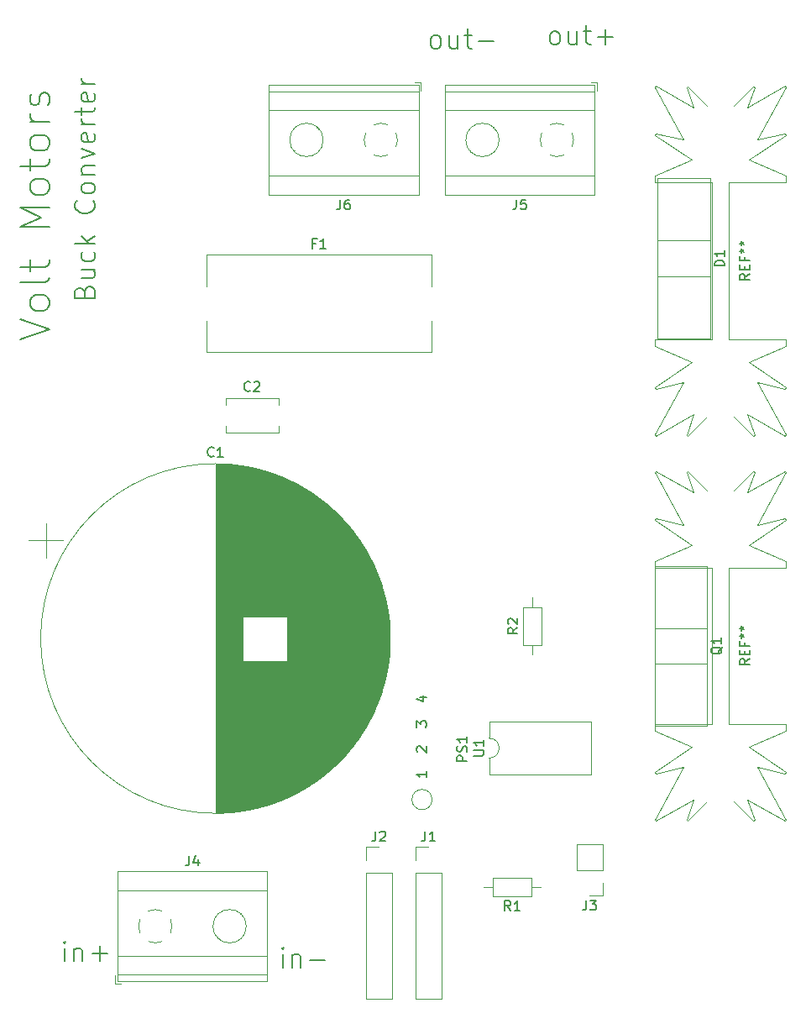
<source format=gbr>
%TF.GenerationSoftware,KiCad,Pcbnew,(6.0.2)*%
%TF.CreationDate,2022-12-19T21:18:29+03:00*%
%TF.ProjectId,buck,6275636b-2e6b-4696-9361-645f70636258,rev?*%
%TF.SameCoordinates,Original*%
%TF.FileFunction,Legend,Top*%
%TF.FilePolarity,Positive*%
%FSLAX46Y46*%
G04 Gerber Fmt 4.6, Leading zero omitted, Abs format (unit mm)*
G04 Created by KiCad (PCBNEW (6.0.2)) date 2022-12-19 21:18:29*
%MOMM*%
%LPD*%
G01*
G04 APERTURE LIST*
%ADD10C,0.150000*%
%ADD11C,0.120000*%
G04 APERTURE END LIST*
D10*
X175142857Y-38294761D02*
X174952380Y-38199523D01*
X174857142Y-38104285D01*
X174761904Y-37913809D01*
X174761904Y-37342380D01*
X174857142Y-37151904D01*
X174952380Y-37056666D01*
X175142857Y-36961428D01*
X175428571Y-36961428D01*
X175619047Y-37056666D01*
X175714285Y-37151904D01*
X175809523Y-37342380D01*
X175809523Y-37913809D01*
X175714285Y-38104285D01*
X175619047Y-38199523D01*
X175428571Y-38294761D01*
X175142857Y-38294761D01*
X177523809Y-36961428D02*
X177523809Y-38294761D01*
X176666666Y-36961428D02*
X176666666Y-38009047D01*
X176761904Y-38199523D01*
X176952380Y-38294761D01*
X177238095Y-38294761D01*
X177428571Y-38199523D01*
X177523809Y-38104285D01*
X178190476Y-36961428D02*
X178952380Y-36961428D01*
X178476190Y-36294761D02*
X178476190Y-38009047D01*
X178571428Y-38199523D01*
X178761904Y-38294761D01*
X178952380Y-38294761D01*
X179619047Y-37532857D02*
X181142857Y-37532857D01*
X133357142Y-67571428D02*
X136357142Y-66571428D01*
X133357142Y-65571428D01*
X136357142Y-64142857D02*
X136214285Y-64428571D01*
X136071428Y-64571428D01*
X135785714Y-64714285D01*
X134928571Y-64714285D01*
X134642857Y-64571428D01*
X134500000Y-64428571D01*
X134357142Y-64142857D01*
X134357142Y-63714285D01*
X134500000Y-63428571D01*
X134642857Y-63285714D01*
X134928571Y-63142857D01*
X135785714Y-63142857D01*
X136071428Y-63285714D01*
X136214285Y-63428571D01*
X136357142Y-63714285D01*
X136357142Y-64142857D01*
X136357142Y-61428571D02*
X136214285Y-61714285D01*
X135928571Y-61857142D01*
X133357142Y-61857142D01*
X134357142Y-60714285D02*
X134357142Y-59571428D01*
X133357142Y-60285714D02*
X135928571Y-60285714D01*
X136214285Y-60142857D01*
X136357142Y-59857142D01*
X136357142Y-59571428D01*
X136357142Y-56285714D02*
X133357142Y-56285714D01*
X135500000Y-55285714D01*
X133357142Y-54285714D01*
X136357142Y-54285714D01*
X136357142Y-52428571D02*
X136214285Y-52714285D01*
X136071428Y-52857142D01*
X135785714Y-53000000D01*
X134928571Y-53000000D01*
X134642857Y-52857142D01*
X134500000Y-52714285D01*
X134357142Y-52428571D01*
X134357142Y-52000000D01*
X134500000Y-51714285D01*
X134642857Y-51571428D01*
X134928571Y-51428571D01*
X135785714Y-51428571D01*
X136071428Y-51571428D01*
X136214285Y-51714285D01*
X136357142Y-52000000D01*
X136357142Y-52428571D01*
X134357142Y-50571428D02*
X134357142Y-49428571D01*
X133357142Y-50142857D02*
X135928571Y-50142857D01*
X136214285Y-50000000D01*
X136357142Y-49714285D01*
X136357142Y-49428571D01*
X136357142Y-48000000D02*
X136214285Y-48285714D01*
X136071428Y-48428571D01*
X135785714Y-48571428D01*
X134928571Y-48571428D01*
X134642857Y-48428571D01*
X134500000Y-48285714D01*
X134357142Y-48000000D01*
X134357142Y-47571428D01*
X134500000Y-47285714D01*
X134642857Y-47142857D01*
X134928571Y-47000000D01*
X135785714Y-47000000D01*
X136071428Y-47142857D01*
X136214285Y-47285714D01*
X136357142Y-47571428D01*
X136357142Y-48000000D01*
X136357142Y-45714285D02*
X134357142Y-45714285D01*
X134928571Y-45714285D02*
X134642857Y-45571428D01*
X134500000Y-45428571D01*
X134357142Y-45142857D01*
X134357142Y-44857142D01*
X136214285Y-44000000D02*
X136357142Y-43714285D01*
X136357142Y-43142857D01*
X136214285Y-42857142D01*
X135928571Y-42714285D01*
X135785714Y-42714285D01*
X135500000Y-42857142D01*
X135357142Y-43142857D01*
X135357142Y-43571428D01*
X135214285Y-43857142D01*
X134928571Y-44000000D01*
X134785714Y-44000000D01*
X134500000Y-43857142D01*
X134357142Y-43571428D01*
X134357142Y-43142857D01*
X134500000Y-42857142D01*
X159857142Y-130904761D02*
X159857142Y-129571428D01*
X159857142Y-128904761D02*
X159761904Y-129000000D01*
X159857142Y-129095238D01*
X159952380Y-129000000D01*
X159857142Y-128904761D01*
X159857142Y-129095238D01*
X160809523Y-129571428D02*
X160809523Y-130904761D01*
X160809523Y-129761904D02*
X160904761Y-129666666D01*
X161095238Y-129571428D01*
X161380952Y-129571428D01*
X161571428Y-129666666D01*
X161666666Y-129857142D01*
X161666666Y-130904761D01*
X162619047Y-130142857D02*
X164142857Y-130142857D01*
X187142857Y-37904761D02*
X186952380Y-37809523D01*
X186857142Y-37714285D01*
X186761904Y-37523809D01*
X186761904Y-36952380D01*
X186857142Y-36761904D01*
X186952380Y-36666666D01*
X187142857Y-36571428D01*
X187428571Y-36571428D01*
X187619047Y-36666666D01*
X187714285Y-36761904D01*
X187809523Y-36952380D01*
X187809523Y-37523809D01*
X187714285Y-37714285D01*
X187619047Y-37809523D01*
X187428571Y-37904761D01*
X187142857Y-37904761D01*
X189523809Y-36571428D02*
X189523809Y-37904761D01*
X188666666Y-36571428D02*
X188666666Y-37619047D01*
X188761904Y-37809523D01*
X188952380Y-37904761D01*
X189238095Y-37904761D01*
X189428571Y-37809523D01*
X189523809Y-37714285D01*
X190190476Y-36571428D02*
X190952380Y-36571428D01*
X190476190Y-35904761D02*
X190476190Y-37619047D01*
X190571428Y-37809523D01*
X190761904Y-37904761D01*
X190952380Y-37904761D01*
X191619047Y-37142857D02*
X193142857Y-37142857D01*
X192380952Y-37904761D02*
X192380952Y-36380952D01*
X139857142Y-62785714D02*
X139952380Y-62500000D01*
X140047619Y-62404761D01*
X140238095Y-62309523D01*
X140523809Y-62309523D01*
X140714285Y-62404761D01*
X140809523Y-62500000D01*
X140904761Y-62690476D01*
X140904761Y-63452380D01*
X138904761Y-63452380D01*
X138904761Y-62785714D01*
X139000000Y-62595238D01*
X139095238Y-62500000D01*
X139285714Y-62404761D01*
X139476190Y-62404761D01*
X139666666Y-62500000D01*
X139761904Y-62595238D01*
X139857142Y-62785714D01*
X139857142Y-63452380D01*
X139571428Y-60595238D02*
X140904761Y-60595238D01*
X139571428Y-61452380D02*
X140619047Y-61452380D01*
X140809523Y-61357142D01*
X140904761Y-61166666D01*
X140904761Y-60880952D01*
X140809523Y-60690476D01*
X140714285Y-60595238D01*
X140809523Y-58785714D02*
X140904761Y-58976190D01*
X140904761Y-59357142D01*
X140809523Y-59547619D01*
X140714285Y-59642857D01*
X140523809Y-59738095D01*
X139952380Y-59738095D01*
X139761904Y-59642857D01*
X139666666Y-59547619D01*
X139571428Y-59357142D01*
X139571428Y-58976190D01*
X139666666Y-58785714D01*
X140904761Y-57928571D02*
X138904761Y-57928571D01*
X140142857Y-57738095D02*
X140904761Y-57166666D01*
X139571428Y-57166666D02*
X140333333Y-57928571D01*
X140714285Y-53642857D02*
X140809523Y-53738095D01*
X140904761Y-54023809D01*
X140904761Y-54214285D01*
X140809523Y-54500000D01*
X140619047Y-54690476D01*
X140428571Y-54785714D01*
X140047619Y-54880952D01*
X139761904Y-54880952D01*
X139380952Y-54785714D01*
X139190476Y-54690476D01*
X139000000Y-54500000D01*
X138904761Y-54214285D01*
X138904761Y-54023809D01*
X139000000Y-53738095D01*
X139095238Y-53642857D01*
X140904761Y-52500000D02*
X140809523Y-52690476D01*
X140714285Y-52785714D01*
X140523809Y-52880952D01*
X139952380Y-52880952D01*
X139761904Y-52785714D01*
X139666666Y-52690476D01*
X139571428Y-52500000D01*
X139571428Y-52214285D01*
X139666666Y-52023809D01*
X139761904Y-51928571D01*
X139952380Y-51833333D01*
X140523809Y-51833333D01*
X140714285Y-51928571D01*
X140809523Y-52023809D01*
X140904761Y-52214285D01*
X140904761Y-52500000D01*
X139571428Y-50976190D02*
X140904761Y-50976190D01*
X139761904Y-50976190D02*
X139666666Y-50880952D01*
X139571428Y-50690476D01*
X139571428Y-50404761D01*
X139666666Y-50214285D01*
X139857142Y-50119047D01*
X140904761Y-50119047D01*
X139571428Y-49357142D02*
X140904761Y-48880952D01*
X139571428Y-48404761D01*
X140809523Y-46880952D02*
X140904761Y-47071428D01*
X140904761Y-47452380D01*
X140809523Y-47642857D01*
X140619047Y-47738095D01*
X139857142Y-47738095D01*
X139666666Y-47642857D01*
X139571428Y-47452380D01*
X139571428Y-47071428D01*
X139666666Y-46880952D01*
X139857142Y-46785714D01*
X140047619Y-46785714D01*
X140238095Y-47738095D01*
X140904761Y-45928571D02*
X139571428Y-45928571D01*
X139952380Y-45928571D02*
X139761904Y-45833333D01*
X139666666Y-45738095D01*
X139571428Y-45547619D01*
X139571428Y-45357142D01*
X139571428Y-44976190D02*
X139571428Y-44214285D01*
X138904761Y-44690476D02*
X140619047Y-44690476D01*
X140809523Y-44595238D01*
X140904761Y-44404761D01*
X140904761Y-44214285D01*
X140809523Y-42785714D02*
X140904761Y-42976190D01*
X140904761Y-43357142D01*
X140809523Y-43547619D01*
X140619047Y-43642857D01*
X139857142Y-43642857D01*
X139666666Y-43547619D01*
X139571428Y-43357142D01*
X139571428Y-42976190D01*
X139666666Y-42785714D01*
X139857142Y-42690476D01*
X140047619Y-42690476D01*
X140238095Y-43642857D01*
X140904761Y-41833333D02*
X139571428Y-41833333D01*
X139952380Y-41833333D02*
X139761904Y-41738095D01*
X139666666Y-41642857D01*
X139571428Y-41452380D01*
X139571428Y-41261904D01*
X137857142Y-130294761D02*
X137857142Y-128961428D01*
X137857142Y-128294761D02*
X137761904Y-128390000D01*
X137857142Y-128485238D01*
X137952380Y-128390000D01*
X137857142Y-128294761D01*
X137857142Y-128485238D01*
X138809523Y-128961428D02*
X138809523Y-130294761D01*
X138809523Y-129151904D02*
X138904761Y-129056666D01*
X139095238Y-128961428D01*
X139380952Y-128961428D01*
X139571428Y-129056666D01*
X139666666Y-129247142D01*
X139666666Y-130294761D01*
X140619047Y-129532857D02*
X142142857Y-129532857D01*
X141380952Y-130294761D02*
X141380952Y-128770952D01*
%TO.C,REF\u002A\u002A*%
X206952380Y-61008333D02*
X206476190Y-61341666D01*
X206952380Y-61579761D02*
X205952380Y-61579761D01*
X205952380Y-61198809D01*
X206000000Y-61103571D01*
X206047619Y-61055952D01*
X206142857Y-61008333D01*
X206285714Y-61008333D01*
X206380952Y-61055952D01*
X206428571Y-61103571D01*
X206476190Y-61198809D01*
X206476190Y-61579761D01*
X206428571Y-60579761D02*
X206428571Y-60246428D01*
X206952380Y-60103571D02*
X206952380Y-60579761D01*
X205952380Y-60579761D01*
X205952380Y-60103571D01*
X206428571Y-59341666D02*
X206428571Y-59675000D01*
X206952380Y-59675000D02*
X205952380Y-59675000D01*
X205952380Y-59198809D01*
X205952380Y-58675000D02*
X206190476Y-58675000D01*
X206095238Y-58913095D02*
X206190476Y-58675000D01*
X206095238Y-58436904D01*
X206380952Y-58817857D02*
X206190476Y-58675000D01*
X206380952Y-58532142D01*
X205952380Y-57913095D02*
X206190476Y-57913095D01*
X206095238Y-58151190D02*
X206190476Y-57913095D01*
X206095238Y-57675000D01*
X206380952Y-58055952D02*
X206190476Y-57913095D01*
X206380952Y-57770238D01*
%TO.C,R1*%
X182831833Y-125180880D02*
X182498500Y-124704690D01*
X182260404Y-125180880D02*
X182260404Y-124180880D01*
X182641357Y-124180880D01*
X182736595Y-124228500D01*
X182784214Y-124276119D01*
X182831833Y-124371357D01*
X182831833Y-124514214D01*
X182784214Y-124609452D01*
X182736595Y-124657071D01*
X182641357Y-124704690D01*
X182260404Y-124704690D01*
X183784214Y-125180880D02*
X183212785Y-125180880D01*
X183498500Y-125180880D02*
X183498500Y-124180880D01*
X183403261Y-124323738D01*
X183308023Y-124418976D01*
X183212785Y-124466595D01*
%TO.C,U1*%
X179130880Y-109560404D02*
X179940404Y-109560404D01*
X180035642Y-109512785D01*
X180083261Y-109465166D01*
X180130880Y-109369928D01*
X180130880Y-109179452D01*
X180083261Y-109084214D01*
X180035642Y-109036595D01*
X179940404Y-108988976D01*
X179130880Y-108988976D01*
X180130880Y-107988976D02*
X180130880Y-108560404D01*
X180130880Y-108274690D02*
X179130880Y-108274690D01*
X179273738Y-108369928D01*
X179368976Y-108465166D01*
X179416595Y-108560404D01*
%TO.C,J2*%
X169225166Y-117180880D02*
X169225166Y-117895166D01*
X169177547Y-118038023D01*
X169082309Y-118133261D01*
X168939452Y-118180880D01*
X168844214Y-118180880D01*
X169653738Y-117276119D02*
X169701357Y-117228500D01*
X169796595Y-117180880D01*
X170034690Y-117180880D01*
X170129928Y-117228500D01*
X170177547Y-117276119D01*
X170225166Y-117371357D01*
X170225166Y-117466595D01*
X170177547Y-117609452D01*
X169606119Y-118180880D01*
X170225166Y-118180880D01*
%TO.C,F1*%
X163166666Y-57928571D02*
X162833333Y-57928571D01*
X162833333Y-58452380D02*
X162833333Y-57452380D01*
X163309523Y-57452380D01*
X164214285Y-58452380D02*
X163642857Y-58452380D01*
X163928571Y-58452380D02*
X163928571Y-57452380D01*
X163833333Y-57595238D01*
X163738095Y-57690476D01*
X163642857Y-57738095D01*
%TO.C,D1*%
X204402380Y-60188095D02*
X203402380Y-60188095D01*
X203402380Y-59950000D01*
X203450000Y-59807142D01*
X203545238Y-59711904D01*
X203640476Y-59664285D01*
X203830952Y-59616666D01*
X203973809Y-59616666D01*
X204164285Y-59664285D01*
X204259523Y-59711904D01*
X204354761Y-59807142D01*
X204402380Y-59950000D01*
X204402380Y-60188095D01*
X204402380Y-58664285D02*
X204402380Y-59235714D01*
X204402380Y-58950000D02*
X203402380Y-58950000D01*
X203545238Y-59045238D01*
X203640476Y-59140476D01*
X203688095Y-59235714D01*
%TO.C,J3*%
X190475166Y-124130880D02*
X190475166Y-124845166D01*
X190427547Y-124988023D01*
X190332309Y-125083261D01*
X190189452Y-125130880D01*
X190094214Y-125130880D01*
X190856119Y-124130880D02*
X191475166Y-124130880D01*
X191141833Y-124511833D01*
X191284690Y-124511833D01*
X191379928Y-124559452D01*
X191427547Y-124607071D01*
X191475166Y-124702309D01*
X191475166Y-124940404D01*
X191427547Y-125035642D01*
X191379928Y-125083261D01*
X191284690Y-125130880D01*
X190998976Y-125130880D01*
X190903738Y-125083261D01*
X190856119Y-125035642D01*
%TO.C,J1*%
X174225166Y-117180880D02*
X174225166Y-117895166D01*
X174177547Y-118038023D01*
X174082309Y-118133261D01*
X173939452Y-118180880D01*
X173844214Y-118180880D01*
X175225166Y-118180880D02*
X174653738Y-118180880D01*
X174939452Y-118180880D02*
X174939452Y-117180880D01*
X174844214Y-117323738D01*
X174748976Y-117418976D01*
X174653738Y-117466595D01*
%TO.C,R2*%
X183532380Y-96666666D02*
X183056190Y-97000000D01*
X183532380Y-97238095D02*
X182532380Y-97238095D01*
X182532380Y-96857142D01*
X182580000Y-96761904D01*
X182627619Y-96714285D01*
X182722857Y-96666666D01*
X182865714Y-96666666D01*
X182960952Y-96714285D01*
X183008571Y-96761904D01*
X183056190Y-96857142D01*
X183056190Y-97238095D01*
X182627619Y-96285714D02*
X182580000Y-96238095D01*
X182532380Y-96142857D01*
X182532380Y-95904761D01*
X182580000Y-95809523D01*
X182627619Y-95761904D01*
X182722857Y-95714285D01*
X182818095Y-95714285D01*
X182960952Y-95761904D01*
X183532380Y-96333333D01*
X183532380Y-95714285D01*
%TO.C,C1*%
X152902834Y-79357142D02*
X152855215Y-79404761D01*
X152712358Y-79452380D01*
X152617120Y-79452380D01*
X152474262Y-79404761D01*
X152379024Y-79309523D01*
X152331405Y-79214285D01*
X152283786Y-79023809D01*
X152283786Y-78880952D01*
X152331405Y-78690476D01*
X152379024Y-78595238D01*
X152474262Y-78500000D01*
X152617120Y-78452380D01*
X152712358Y-78452380D01*
X152855215Y-78500000D01*
X152902834Y-78547619D01*
X153855215Y-79452380D02*
X153283786Y-79452380D01*
X153569501Y-79452380D02*
X153569501Y-78452380D01*
X153474262Y-78595238D01*
X153379024Y-78690476D01*
X153283786Y-78738095D01*
%TO.C,J5*%
X183416666Y-53512380D02*
X183416666Y-54226666D01*
X183369047Y-54369523D01*
X183273809Y-54464761D01*
X183130952Y-54512380D01*
X183035714Y-54512380D01*
X184369047Y-53512380D02*
X183892857Y-53512380D01*
X183845238Y-53988571D01*
X183892857Y-53940952D01*
X183988095Y-53893333D01*
X184226190Y-53893333D01*
X184321428Y-53940952D01*
X184369047Y-53988571D01*
X184416666Y-54083809D01*
X184416666Y-54321904D01*
X184369047Y-54417142D01*
X184321428Y-54464761D01*
X184226190Y-54512380D01*
X183988095Y-54512380D01*
X183892857Y-54464761D01*
X183845238Y-54417142D01*
%TO.C,J4*%
X150416666Y-119642380D02*
X150416666Y-120356666D01*
X150369047Y-120499523D01*
X150273809Y-120594761D01*
X150130952Y-120642380D01*
X150035714Y-120642380D01*
X151321428Y-119975714D02*
X151321428Y-120642380D01*
X151083333Y-119594761D02*
X150845238Y-120309047D01*
X151464285Y-120309047D01*
%TO.C,REF\u002A\u002A*%
X206952380Y-99808333D02*
X206476190Y-100141666D01*
X206952380Y-100379761D02*
X205952380Y-100379761D01*
X205952380Y-99998809D01*
X206000000Y-99903571D01*
X206047619Y-99855952D01*
X206142857Y-99808333D01*
X206285714Y-99808333D01*
X206380952Y-99855952D01*
X206428571Y-99903571D01*
X206476190Y-99998809D01*
X206476190Y-100379761D01*
X206428571Y-99379761D02*
X206428571Y-99046428D01*
X206952380Y-98903571D02*
X206952380Y-99379761D01*
X205952380Y-99379761D01*
X205952380Y-98903571D01*
X206428571Y-98141666D02*
X206428571Y-98475000D01*
X206952380Y-98475000D02*
X205952380Y-98475000D01*
X205952380Y-97998809D01*
X205952380Y-97475000D02*
X206190476Y-97475000D01*
X206095238Y-97713095D02*
X206190476Y-97475000D01*
X206095238Y-97236904D01*
X206380952Y-97617857D02*
X206190476Y-97475000D01*
X206380952Y-97332142D01*
X205952380Y-96713095D02*
X206190476Y-96713095D01*
X206095238Y-96951190D02*
X206190476Y-96713095D01*
X206095238Y-96475000D01*
X206380952Y-96855952D02*
X206190476Y-96713095D01*
X206380952Y-96570238D01*
%TO.C,C2*%
X156583333Y-72757142D02*
X156535714Y-72804761D01*
X156392857Y-72852380D01*
X156297619Y-72852380D01*
X156154761Y-72804761D01*
X156059523Y-72709523D01*
X156011904Y-72614285D01*
X155964285Y-72423809D01*
X155964285Y-72280952D01*
X156011904Y-72090476D01*
X156059523Y-71995238D01*
X156154761Y-71900000D01*
X156297619Y-71852380D01*
X156392857Y-71852380D01*
X156535714Y-71900000D01*
X156583333Y-71947619D01*
X156964285Y-71947619D02*
X157011904Y-71900000D01*
X157107142Y-71852380D01*
X157345238Y-71852380D01*
X157440476Y-71900000D01*
X157488095Y-71947619D01*
X157535714Y-72042857D01*
X157535714Y-72138095D01*
X157488095Y-72280952D01*
X156916666Y-72852380D01*
X157535714Y-72852380D01*
%TO.C,J6*%
X165666666Y-53512380D02*
X165666666Y-54226666D01*
X165619047Y-54369523D01*
X165523809Y-54464761D01*
X165380952Y-54512380D01*
X165285714Y-54512380D01*
X166571428Y-53512380D02*
X166380952Y-53512380D01*
X166285714Y-53560000D01*
X166238095Y-53607619D01*
X166142857Y-53750476D01*
X166095238Y-53940952D01*
X166095238Y-54321904D01*
X166142857Y-54417142D01*
X166190476Y-54464761D01*
X166285714Y-54512380D01*
X166476190Y-54512380D01*
X166571428Y-54464761D01*
X166619047Y-54417142D01*
X166666666Y-54321904D01*
X166666666Y-54083809D01*
X166619047Y-53988571D01*
X166571428Y-53940952D01*
X166476190Y-53893333D01*
X166285714Y-53893333D01*
X166190476Y-53940952D01*
X166142857Y-53988571D01*
X166095238Y-54083809D01*
%TO.C,PS1*%
X178433880Y-110115785D02*
X177433880Y-110115785D01*
X177433880Y-109734833D01*
X177481500Y-109639595D01*
X177529119Y-109591976D01*
X177624357Y-109544357D01*
X177767214Y-109544357D01*
X177862452Y-109591976D01*
X177910071Y-109639595D01*
X177957690Y-109734833D01*
X177957690Y-110115785D01*
X178386261Y-109163404D02*
X178433880Y-109020547D01*
X178433880Y-108782452D01*
X178386261Y-108687214D01*
X178338642Y-108639595D01*
X178243404Y-108591976D01*
X178148166Y-108591976D01*
X178052928Y-108639595D01*
X178005309Y-108687214D01*
X177957690Y-108782452D01*
X177910071Y-108972928D01*
X177862452Y-109068166D01*
X177814833Y-109115785D01*
X177719595Y-109163404D01*
X177624357Y-109163404D01*
X177529119Y-109115785D01*
X177481500Y-109068166D01*
X177433880Y-108972928D01*
X177433880Y-108734833D01*
X177481500Y-108591976D01*
X178433880Y-107639595D02*
X178433880Y-108211023D01*
X178433880Y-107925309D02*
X177433880Y-107925309D01*
X177576738Y-108020547D01*
X177671976Y-108115785D01*
X177719595Y-108211023D01*
X173353880Y-106694833D02*
X173353880Y-106075785D01*
X173734833Y-106409119D01*
X173734833Y-106266261D01*
X173782452Y-106171023D01*
X173830071Y-106123404D01*
X173925309Y-106075785D01*
X174163404Y-106075785D01*
X174258642Y-106123404D01*
X174306261Y-106171023D01*
X174353880Y-106266261D01*
X174353880Y-106551976D01*
X174306261Y-106647214D01*
X174258642Y-106694833D01*
X173687214Y-103631023D02*
X174353880Y-103631023D01*
X173306261Y-103869119D02*
X174020547Y-104107214D01*
X174020547Y-103488166D01*
X174353880Y-111155785D02*
X174353880Y-111727214D01*
X174353880Y-111441500D02*
X173353880Y-111441500D01*
X173496738Y-111536738D01*
X173591976Y-111631976D01*
X173639595Y-111727214D01*
X173449119Y-109187214D02*
X173401500Y-109139595D01*
X173353880Y-109044357D01*
X173353880Y-108806261D01*
X173401500Y-108711023D01*
X173449119Y-108663404D01*
X173544357Y-108615785D01*
X173639595Y-108615785D01*
X173782452Y-108663404D01*
X174353880Y-109234833D01*
X174353880Y-108615785D01*
%TO.C,Q1*%
X204177619Y-98595238D02*
X204130000Y-98690476D01*
X204034761Y-98785714D01*
X203891904Y-98928571D01*
X203844285Y-99023809D01*
X203844285Y-99119047D01*
X204082380Y-99071428D02*
X204034761Y-99166666D01*
X203939523Y-99261904D01*
X203749047Y-99309523D01*
X203415714Y-99309523D01*
X203225238Y-99261904D01*
X203130000Y-99166666D01*
X203082380Y-99071428D01*
X203082380Y-98880952D01*
X203130000Y-98785714D01*
X203225238Y-98690476D01*
X203415714Y-98642857D01*
X203749047Y-98642857D01*
X203939523Y-98690476D01*
X204034761Y-98785714D01*
X204082380Y-98880952D01*
X204082380Y-99071428D01*
X204082380Y-97690476D02*
X204082380Y-98261904D01*
X204082380Y-97976190D02*
X203082380Y-97976190D01*
X203225238Y-98071428D01*
X203320476Y-98166666D01*
X203368095Y-98261904D01*
D11*
%TO.C,REF\u002A\u002A*%
X207750000Y-47490000D02*
X210630000Y-42190000D01*
X210600000Y-51130000D02*
X206890000Y-49520000D01*
X210550000Y-72570000D02*
X207750000Y-71910000D01*
X210550000Y-46830000D02*
X207750000Y-47490000D01*
X203150000Y-67600000D02*
X197400000Y-67600000D01*
X200250000Y-71910000D02*
X197370000Y-77210000D01*
X210600000Y-67600000D02*
X210600000Y-68270000D01*
X203150000Y-59700000D02*
X203150000Y-67600000D01*
X197400000Y-68270000D02*
X201110000Y-69880000D01*
X206740000Y-75180000D02*
X207420000Y-77230000D01*
X206890000Y-69890000D02*
X210610000Y-72390000D01*
X210630000Y-77210000D02*
X210510000Y-77330000D01*
X210510000Y-42070000D02*
X206740000Y-44220000D01*
X204850000Y-59700000D02*
X204850000Y-51800000D01*
X197370000Y-77210000D02*
X197490000Y-77330000D01*
X200580000Y-42170000D02*
X200730000Y-42080000D01*
X206890000Y-49510000D02*
X210610000Y-47010000D01*
X197450000Y-72570000D02*
X200250000Y-71910000D01*
X197390000Y-47010000D02*
X197450000Y-46830000D01*
X201260000Y-44220000D02*
X200580000Y-42170000D01*
X197370000Y-42190000D02*
X197490000Y-42070000D01*
X210610000Y-47010000D02*
X210550000Y-46830000D01*
X200730000Y-77320000D02*
X202620000Y-75360000D01*
X197390000Y-72390000D02*
X197450000Y-72570000D01*
X197450000Y-46830000D02*
X200250000Y-47490000D01*
X210510000Y-77330000D02*
X206740000Y-75180000D01*
X200580000Y-77230000D02*
X200730000Y-77320000D01*
X197400000Y-67600000D02*
X197400000Y-68270000D01*
X201110000Y-49510000D02*
X197390000Y-47010000D01*
X203150000Y-51800000D02*
X197400000Y-51800000D01*
X201110000Y-69890000D02*
X197390000Y-72390000D01*
X207750000Y-71910000D02*
X210630000Y-77210000D01*
X197400000Y-51130000D02*
X201110000Y-49520000D01*
X207420000Y-77230000D02*
X207270000Y-77320000D01*
X200250000Y-47490000D02*
X197370000Y-42190000D01*
X204850000Y-59700000D02*
X204850000Y-67600000D01*
X206740000Y-44220000D02*
X207420000Y-42170000D01*
X210600000Y-68270000D02*
X206890000Y-69880000D01*
X204850000Y-67600000D02*
X210600000Y-67600000D01*
X204850000Y-51800000D02*
X210600000Y-51800000D01*
X207420000Y-42170000D02*
X207270000Y-42080000D01*
X210630000Y-42190000D02*
X210510000Y-42070000D01*
X197490000Y-77330000D02*
X201260000Y-75180000D01*
X197490000Y-42070000D02*
X201260000Y-44220000D01*
X210600000Y-51800000D02*
X210600000Y-51130000D01*
X200730000Y-42080000D02*
X202620000Y-44040000D01*
X207270000Y-77320000D02*
X205380000Y-75360000D01*
X210610000Y-72390000D02*
X210550000Y-72570000D01*
X203150000Y-59700000D02*
X203150000Y-51800000D01*
X197400000Y-51800000D02*
X197400000Y-51130000D01*
X201260000Y-75180000D02*
X200580000Y-77230000D01*
X207270000Y-42080000D02*
X205380000Y-44040000D01*
%TO.C,R1*%
X185868500Y-122808500D02*
X184918500Y-122808500D01*
X184918500Y-123728500D02*
X184918500Y-121888500D01*
X181078500Y-123728500D02*
X184918500Y-123728500D01*
X181078500Y-121888500D02*
X181078500Y-123728500D01*
X180128500Y-122808500D02*
X181078500Y-122808500D01*
X184918500Y-121888500D02*
X181078500Y-121888500D01*
%TO.C,U1*%
X180678500Y-109798500D02*
X180678500Y-111448500D01*
X180678500Y-106148500D02*
X180678500Y-107798500D01*
X190958500Y-111448500D02*
X190958500Y-106148500D01*
X190958500Y-106148500D02*
X180678500Y-106148500D01*
X180678500Y-111448500D02*
X190958500Y-111448500D01*
X180678500Y-109798500D02*
G75*
G03*
X180678500Y-107798500I0J1000000D01*
G01*
%TO.C,J2*%
X168228500Y-121328500D02*
X170888500Y-121328500D01*
X168228500Y-134088500D02*
X170888500Y-134088500D01*
X170888500Y-121328500D02*
X170888500Y-134088500D01*
X168228500Y-121328500D02*
X168228500Y-134088500D01*
X168228500Y-118728500D02*
X169558500Y-118728500D01*
X168228500Y-120058500D02*
X168228500Y-118728500D01*
%TO.C,F1*%
X152140000Y-59090000D02*
X174860000Y-59090000D01*
X174860000Y-68910000D02*
X174860000Y-65750000D01*
X152140000Y-62250000D02*
X152140000Y-59090000D01*
X152140000Y-68910000D02*
X174860000Y-68910000D01*
X152140000Y-68910000D02*
X152140000Y-65750000D01*
X174860000Y-62250000D02*
X174860000Y-59090000D01*
%TO.C,D1*%
X202951000Y-51380000D02*
X202951000Y-67520000D01*
X202951000Y-51380000D02*
X197680000Y-51380000D01*
X202951000Y-67520000D02*
X197680000Y-67520000D01*
X202951000Y-57646000D02*
X197680000Y-57646000D01*
X202951000Y-61255000D02*
X197680000Y-61255000D01*
X197680000Y-51380000D02*
X197680000Y-67520000D01*
%TO.C,J3*%
X192138500Y-122348500D02*
X192138500Y-123678500D01*
X192138500Y-121078500D02*
X189478500Y-121078500D01*
X192138500Y-123678500D02*
X190808500Y-123678500D01*
X192138500Y-121078500D02*
X192138500Y-118478500D01*
X189478500Y-121078500D02*
X189478500Y-118478500D01*
X192138500Y-118478500D02*
X189478500Y-118478500D01*
%TO.C,J1*%
X173228500Y-134088500D02*
X175888500Y-134088500D01*
X173228500Y-121328500D02*
X175888500Y-121328500D01*
X173228500Y-121328500D02*
X173228500Y-134088500D01*
X173228500Y-118728500D02*
X174558500Y-118728500D01*
X175888500Y-121328500D02*
X175888500Y-134088500D01*
X173228500Y-120058500D02*
X173228500Y-118728500D01*
%TO.C,R2*%
X184080000Y-98420000D02*
X185920000Y-98420000D01*
X185920000Y-98420000D02*
X185920000Y-94580000D01*
X184080000Y-94580000D02*
X184080000Y-98420000D01*
X185000000Y-93630000D02*
X185000000Y-94580000D01*
X185000000Y-99370000D02*
X185000000Y-98420000D01*
X185920000Y-94580000D02*
X184080000Y-94580000D01*
%TO.C,C1*%
X154310501Y-80213000D02*
X154310501Y-115287000D01*
X157590501Y-99990000D02*
X157590501Y-114741000D01*
X160150501Y-81655000D02*
X160150501Y-95510000D01*
X160790501Y-81951000D02*
X160790501Y-113549000D01*
X158390501Y-80992000D02*
X158390501Y-95510000D01*
X166989501Y-86987000D02*
X166989501Y-108513000D01*
X167229501Y-87303000D02*
X167229501Y-108197000D01*
X159710501Y-81469000D02*
X159710501Y-95510000D01*
X156310501Y-80470000D02*
X156310501Y-95510000D01*
X156270501Y-80463000D02*
X156270501Y-95510000D01*
X159710501Y-99990000D02*
X159710501Y-114031000D01*
X165029501Y-84850000D02*
X165029501Y-110650000D01*
X160070501Y-81620000D02*
X160070501Y-95510000D01*
X165109501Y-84925000D02*
X165109501Y-110575000D01*
X157830501Y-80825000D02*
X157830501Y-95510000D01*
X166269501Y-86118000D02*
X166269501Y-109382000D01*
X170269501Y-93965000D02*
X170269501Y-101535000D01*
X155350501Y-80318000D02*
X155350501Y-115182000D01*
X165789501Y-85597000D02*
X165789501Y-109903000D01*
X167109501Y-87143000D02*
X167109501Y-108357000D01*
X156070501Y-99990000D02*
X156070501Y-115073000D01*
X157790501Y-80813000D02*
X157790501Y-95510000D01*
X165549501Y-85351000D02*
X165549501Y-110149000D01*
X158270501Y-99990000D02*
X158270501Y-114546000D01*
X156710501Y-99990000D02*
X156710501Y-114950000D01*
X170309501Y-94150000D02*
X170309501Y-101350000D01*
X158710501Y-99990000D02*
X158710501Y-114403000D01*
X155910501Y-99990000D02*
X155910501Y-115100000D01*
X159030501Y-99990000D02*
X159030501Y-114292000D01*
X158350501Y-80979000D02*
X158350501Y-95510000D01*
X168509501Y-89300000D02*
X168509501Y-106200000D01*
X163389501Y-83508000D02*
X163389501Y-111992000D01*
X168069501Y-88545000D02*
X168069501Y-106955000D01*
X162029501Y-82618000D02*
X162029501Y-112882000D01*
X166029501Y-85852000D02*
X166029501Y-109648000D01*
X156070501Y-80427000D02*
X156070501Y-95510000D01*
X159390501Y-99990000D02*
X159390501Y-114158000D01*
X165429501Y-85232000D02*
X165429501Y-110268000D01*
X155950501Y-99990000D02*
X155950501Y-115094000D01*
X156510501Y-80509000D02*
X156510501Y-95510000D01*
X156430501Y-99990000D02*
X156430501Y-115007000D01*
X164229501Y-84154000D02*
X164229501Y-111346000D01*
X154790501Y-80254000D02*
X154790501Y-115246000D01*
X158350501Y-99990000D02*
X158350501Y-114521000D01*
X158750501Y-99990000D02*
X158750501Y-114390000D01*
X153389501Y-80172000D02*
X153389501Y-115328000D01*
X164509501Y-84388000D02*
X164509501Y-111112000D01*
X159310501Y-99990000D02*
X159310501Y-114189000D01*
X160950501Y-82030000D02*
X160950501Y-113470000D01*
X158030501Y-99990000D02*
X158030501Y-114618000D01*
X156550501Y-99990000D02*
X156550501Y-114983000D01*
X164389501Y-84287000D02*
X164389501Y-111213000D01*
X162469501Y-82886000D02*
X162469501Y-112614000D01*
X169389501Y-91147000D02*
X169389501Y-104353000D01*
X160870501Y-81990000D02*
X160870501Y-113510000D01*
X165709501Y-85514000D02*
X165709501Y-109986000D01*
X156430501Y-80493000D02*
X156430501Y-95510000D01*
X157990501Y-80870000D02*
X157990501Y-95510000D01*
X156710501Y-80550000D02*
X156710501Y-95510000D01*
X157550501Y-99990000D02*
X157550501Y-114751000D01*
X159270501Y-81296000D02*
X159270501Y-95510000D01*
X159350501Y-81327000D02*
X159350501Y-95510000D01*
X154550501Y-80232000D02*
X154550501Y-115268000D01*
X156990501Y-99990000D02*
X156990501Y-114889000D01*
X156190501Y-99990000D02*
X156190501Y-115052000D01*
X158230501Y-80942000D02*
X158230501Y-95510000D01*
X155030501Y-80279000D02*
X155030501Y-115221000D01*
X160270501Y-81708000D02*
X160270501Y-95510000D01*
X154350501Y-80216000D02*
X154350501Y-115284000D01*
X158910501Y-81165000D02*
X158910501Y-95510000D01*
X161030501Y-82070000D02*
X161030501Y-113430000D01*
X156790501Y-80567000D02*
X156790501Y-95510000D01*
X154870501Y-80262000D02*
X154870501Y-115238000D01*
X164349501Y-84253000D02*
X164349501Y-111247000D01*
X160710501Y-81912000D02*
X160710501Y-113588000D01*
X154750501Y-80250000D02*
X154750501Y-115250000D01*
X164909501Y-84740000D02*
X164909501Y-110760000D01*
X169829501Y-92352000D02*
X169829501Y-103148000D01*
X169749501Y-92111000D02*
X169749501Y-103389000D01*
X168149501Y-88676000D02*
X168149501Y-106824000D01*
X160350501Y-81744000D02*
X160350501Y-113756000D01*
X157110501Y-99990000D02*
X157110501Y-114861000D01*
X161549501Y-82344000D02*
X161549501Y-113156000D01*
X153950501Y-80191000D02*
X153950501Y-115309000D01*
X170669501Y-96950000D02*
X170669501Y-98550000D01*
X157670501Y-99990000D02*
X157670501Y-114719000D01*
X157910501Y-80847000D02*
X157910501Y-95510000D01*
X166509501Y-86395000D02*
X166509501Y-109105000D01*
X167869501Y-88228000D02*
X167869501Y-107272000D01*
X158870501Y-99990000D02*
X158870501Y-114349000D01*
X157030501Y-80620000D02*
X157030501Y-95510000D01*
X163429501Y-83537000D02*
X163429501Y-111963000D01*
X158310501Y-80967000D02*
X158310501Y-95510000D01*
X165589501Y-85391000D02*
X165589501Y-110109000D01*
X161749501Y-82456000D02*
X161749501Y-113044000D01*
X153349501Y-80172000D02*
X153349501Y-115328000D01*
X155470501Y-80334000D02*
X155470501Y-115166000D01*
X161469501Y-82301000D02*
X161469501Y-113199000D01*
X160190501Y-81672000D02*
X160190501Y-95510000D01*
X163349501Y-83479000D02*
X163349501Y-112021000D01*
X154950501Y-80270000D02*
X154950501Y-115230000D01*
X160270501Y-99990000D02*
X160270501Y-113792000D01*
X156910501Y-99990000D02*
X156910501Y-114907000D01*
X156150501Y-99990000D02*
X156150501Y-115059000D01*
X168429501Y-89156000D02*
X168429501Y-106344000D01*
X157150501Y-80648000D02*
X157150501Y-95510000D01*
X170069501Y-93157000D02*
X170069501Y-102343000D01*
X160190501Y-99990000D02*
X160190501Y-113828000D01*
X156950501Y-80602000D02*
X156950501Y-95510000D01*
X168549501Y-89373000D02*
X168549501Y-106127000D01*
X154670501Y-80242000D02*
X154670501Y-115258000D01*
X165749501Y-85555000D02*
X165749501Y-109945000D01*
X157910501Y-99990000D02*
X157910501Y-114653000D01*
X158670501Y-81083000D02*
X158670501Y-95510000D01*
X135965499Y-86125000D02*
X135965499Y-89625000D01*
X164469501Y-84354000D02*
X164469501Y-111146000D01*
X165909501Y-85723000D02*
X165909501Y-109777000D01*
X163829501Y-83836000D02*
X163829501Y-111664000D01*
X159470501Y-81373000D02*
X159470501Y-95510000D01*
X167829501Y-88166000D02*
X167829501Y-107334000D01*
X157070501Y-99990000D02*
X157070501Y-114870000D01*
X162309501Y-82787000D02*
X162309501Y-112713000D01*
X159430501Y-99990000D02*
X159430501Y-114143000D01*
X156390501Y-99990000D02*
X156390501Y-115015000D01*
X155070501Y-80283000D02*
X155070501Y-115217000D01*
X159270501Y-99990000D02*
X159270501Y-114204000D01*
X159590501Y-81420000D02*
X159590501Y-95510000D01*
X167949501Y-88353000D02*
X167949501Y-107147000D01*
X169349501Y-91050000D02*
X169349501Y-104450000D01*
X163069501Y-83282000D02*
X163069501Y-112218000D01*
X158790501Y-99990000D02*
X158790501Y-114376000D01*
X163509501Y-83595000D02*
X163509501Y-111905000D01*
X166389501Y-86255000D02*
X166389501Y-109245000D01*
X158990501Y-99990000D02*
X158990501Y-114306000D01*
X170629501Y-96337000D02*
X170629501Y-99163000D01*
X157630501Y-99990000D02*
X157630501Y-114730000D01*
X159910501Y-99990000D02*
X159910501Y-113949000D01*
X160030501Y-81602000D02*
X160030501Y-95510000D01*
X170349501Y-94345000D02*
X170349501Y-101155000D01*
X156350501Y-99990000D02*
X156350501Y-115023000D01*
X156190501Y-80448000D02*
X156190501Y-95510000D01*
X158670501Y-99990000D02*
X158670501Y-114417000D01*
X158790501Y-81124000D02*
X158790501Y-95510000D01*
X157630501Y-80770000D02*
X157630501Y-95510000D01*
X162869501Y-83146000D02*
X162869501Y-112354000D01*
X157230501Y-80668000D02*
X157230501Y-95510000D01*
X156590501Y-80525000D02*
X156590501Y-95510000D01*
X159110501Y-81237000D02*
X159110501Y-95510000D01*
X169029501Y-90323000D02*
X169029501Y-105177000D01*
X162429501Y-82861000D02*
X162429501Y-112639000D01*
X167989501Y-88416000D02*
X167989501Y-107084000D01*
X170549501Y-95573000D02*
X170549501Y-99927000D01*
X155670501Y-80362000D02*
X155670501Y-115138000D01*
X159910501Y-81551000D02*
X159910501Y-95510000D01*
X158150501Y-80918000D02*
X158150501Y-95510000D01*
X154590501Y-80235000D02*
X154590501Y-115265000D01*
X157950501Y-99990000D02*
X157950501Y-114641000D01*
X159950501Y-99990000D02*
X159950501Y-113932000D01*
X170109501Y-93306000D02*
X170109501Y-102194000D01*
X155910501Y-80400000D02*
X155910501Y-95510000D01*
X166749501Y-86684000D02*
X166749501Y-108816000D01*
X166949501Y-86935000D02*
X166949501Y-108565000D01*
X154910501Y-80266000D02*
X154910501Y-115234000D01*
X159790501Y-99990000D02*
X159790501Y-113999000D01*
X155710501Y-80368000D02*
X155710501Y-115132000D01*
X167149501Y-87196000D02*
X167149501Y-108304000D01*
X160230501Y-99990000D02*
X160230501Y-113810000D01*
X158070501Y-80894000D02*
X158070501Y-95510000D01*
X158430501Y-81005000D02*
X158430501Y-95510000D01*
X157230501Y-99990000D02*
X157230501Y-114832000D01*
X161989501Y-82594000D02*
X161989501Y-112906000D01*
X156870501Y-80584000D02*
X156870501Y-95510000D01*
X166429501Y-86301000D02*
X166429501Y-109199000D01*
X168909501Y-90072000D02*
X168909501Y-105428000D01*
X161349501Y-82236000D02*
X161349501Y-113264000D01*
X160030501Y-99990000D02*
X160030501Y-113898000D01*
X159670501Y-81452000D02*
X159670501Y-95510000D01*
X157510501Y-99990000D02*
X157510501Y-114762000D01*
X161509501Y-82322000D02*
X161509501Y-113178000D01*
X159510501Y-99990000D02*
X159510501Y-114111000D01*
X153549501Y-80176000D02*
X153549501Y-115324000D01*
X156030501Y-99990000D02*
X156030501Y-115080000D01*
X164629501Y-84492000D02*
X164629501Y-111008000D01*
X155270501Y-80307000D02*
X155270501Y-115193000D01*
X159950501Y-81568000D02*
X159950501Y-95510000D01*
X159790501Y-81501000D02*
X159790501Y-95510000D01*
X153229501Y-80170000D02*
X153229501Y-115330000D01*
X164749501Y-84597000D02*
X164749501Y-110903000D01*
X169789501Y-92230000D02*
X169789501Y-103270000D01*
X154270501Y-80210000D02*
X154270501Y-115290000D01*
X165469501Y-85271000D02*
X165469501Y-110229000D01*
X164029501Y-83993000D02*
X164029501Y-111507000D01*
X162349501Y-82811000D02*
X162349501Y-112689000D01*
X157950501Y-80859000D02*
X157950501Y-95510000D01*
X159310501Y-81311000D02*
X159310501Y-95510000D01*
X159070501Y-99990000D02*
X159070501Y-114277000D01*
X166229501Y-86073000D02*
X166229501Y-109427000D01*
X159630501Y-81436000D02*
X159630501Y-95510000D01*
X156230501Y-80455000D02*
X156230501Y-95510000D01*
X162909501Y-83173000D02*
X162909501Y-112327000D01*
X156670501Y-99990000D02*
X156670501Y-114959000D01*
X156830501Y-99990000D02*
X156830501Y-114925000D01*
X160390501Y-81762000D02*
X160390501Y-113738000D01*
X155830501Y-99990000D02*
X155830501Y-115113000D01*
X156790501Y-99990000D02*
X156790501Y-114933000D01*
X158390501Y-99990000D02*
X158390501Y-114508000D01*
X169069501Y-90409000D02*
X169069501Y-105091000D01*
X158110501Y-99990000D02*
X158110501Y-114594000D01*
X159630501Y-99990000D02*
X159630501Y-114064000D01*
X160150501Y-99990000D02*
X160150501Y-113845000D01*
X161709501Y-82433000D02*
X161709501Y-113067000D01*
X161269501Y-82194000D02*
X161269501Y-113306000D01*
X164189501Y-84122000D02*
X164189501Y-111378000D01*
X153870501Y-80188000D02*
X153870501Y-115312000D01*
X163029501Y-83255000D02*
X163029501Y-112245000D01*
X158230501Y-99990000D02*
X158230501Y-114558000D01*
X155950501Y-80406000D02*
X155950501Y-95510000D01*
X159030501Y-81208000D02*
X159030501Y-95510000D01*
X170029501Y-93012000D02*
X170029501Y-102488000D01*
X164949501Y-84777000D02*
X164949501Y-110723000D01*
X154630501Y-80239000D02*
X154630501Y-115261000D01*
X168349501Y-89015000D02*
X168349501Y-106485000D01*
X162189501Y-82713000D02*
X162189501Y-112787000D01*
X157510501Y-80738000D02*
X157510501Y-95510000D01*
X156470501Y-99990000D02*
X156470501Y-114999000D01*
X161629501Y-82389000D02*
X161629501Y-113111000D01*
X169469501Y-91347000D02*
X169469501Y-104153000D01*
X157470501Y-80728000D02*
X157470501Y-95510000D01*
X169509501Y-91450000D02*
X169509501Y-104050000D01*
X160630501Y-81874000D02*
X160630501Y-113626000D01*
X158630501Y-81070000D02*
X158630501Y-95510000D01*
X168789501Y-89830000D02*
X168789501Y-105670000D01*
X169269501Y-90860000D02*
X169269501Y-104640000D01*
X158910501Y-99990000D02*
X158910501Y-114335000D01*
X159870501Y-99990000D02*
X159870501Y-113965000D01*
X156390501Y-80485000D02*
X156390501Y-95510000D01*
X162829501Y-83120000D02*
X162829501Y-112380000D01*
X158710501Y-81097000D02*
X158710501Y-95510000D01*
X153189501Y-80170000D02*
X153189501Y-115330000D01*
X164429501Y-84320000D02*
X164429501Y-111180000D01*
X154510501Y-80228000D02*
X154510501Y-115272000D01*
X164789501Y-84633000D02*
X164789501Y-110867000D01*
X166909501Y-86885000D02*
X166909501Y-108615000D01*
X155310501Y-80312000D02*
X155310501Y-115188000D01*
X154830501Y-80258000D02*
X154830501Y-115242000D01*
X169149501Y-90585000D02*
X169149501Y-104915000D01*
X163989501Y-83961000D02*
X163989501Y-111539000D01*
X166309501Y-86163000D02*
X166309501Y-109337000D01*
X163309501Y-83451000D02*
X163309501Y-112049000D01*
X153469501Y-80174000D02*
X153469501Y-115326000D01*
X169629501Y-91770000D02*
X169629501Y-103730000D01*
X155110501Y-80288000D02*
X155110501Y-115212000D01*
X161070501Y-82090000D02*
X161070501Y-113410000D01*
X157670501Y-80781000D02*
X157670501Y-95510000D01*
X156830501Y-80575000D02*
X156830501Y-95510000D01*
X169429501Y-91246000D02*
X169429501Y-104254000D01*
X159870501Y-81535000D02*
X159870501Y-95510000D01*
X167589501Y-87808000D02*
X167589501Y-107692000D01*
X164149501Y-84089000D02*
X164149501Y-111411000D01*
X163949501Y-83930000D02*
X163949501Y-111570000D01*
X168669501Y-89598000D02*
X168669501Y-105902000D01*
X170469501Y-95014000D02*
X170469501Y-100486000D01*
X169109501Y-90497000D02*
X169109501Y-105003000D01*
X165189501Y-85000000D02*
X165189501Y-110500000D01*
X162589501Y-82963000D02*
X162589501Y-112537000D01*
X162509501Y-82912000D02*
X162509501Y-112588000D01*
X161909501Y-82547000D02*
X161909501Y-112953000D01*
X166789501Y-86734000D02*
X166789501Y-108766000D01*
X157710501Y-99990000D02*
X157710501Y-114709000D01*
X154070501Y-80198000D02*
X154070501Y-115302000D01*
X159150501Y-99990000D02*
X159150501Y-114248000D01*
X159470501Y-99990000D02*
X159470501Y-114127000D01*
X153669501Y-80180000D02*
X153669501Y-115320000D01*
X156590501Y-99990000D02*
X156590501Y-114975000D01*
X157110501Y-80639000D02*
X157110501Y-95510000D01*
X166669501Y-86587000D02*
X166669501Y-108913000D01*
X162109501Y-82665000D02*
X162109501Y-112835000D01*
X154150501Y-80203000D02*
X154150501Y-115297000D01*
X158630501Y-99990000D02*
X158630501Y-114430000D01*
X165269501Y-85076000D02*
X165269501Y-110424000D01*
X168869501Y-89991000D02*
X168869501Y-105509000D01*
X159110501Y-99990000D02*
X159110501Y-114263000D01*
X157390501Y-99990000D02*
X157390501Y-114793000D01*
X163189501Y-83366000D02*
X163189501Y-112134000D01*
X157870501Y-80836000D02*
X157870501Y-95510000D01*
X153109501Y-80170000D02*
X153109501Y-115330000D01*
X164669501Y-84527000D02*
X164669501Y-110973000D01*
X155790501Y-80381000D02*
X155790501Y-115119000D01*
X158110501Y-80906000D02*
X158110501Y-95510000D01*
X160510501Y-81817000D02*
X160510501Y-113683000D01*
X165069501Y-84887000D02*
X165069501Y-110613000D01*
X164109501Y-84057000D02*
X164109501Y-111443000D01*
X157270501Y-99990000D02*
X157270501Y-114823000D01*
X160110501Y-99990000D02*
X160110501Y-113863000D01*
X153790501Y-80184000D02*
X153790501Y-115316000D01*
X159830501Y-99990000D02*
X159830501Y-113982000D01*
X153429501Y-80173000D02*
X153429501Y-115327000D01*
X161190501Y-82152000D02*
X161190501Y-113348000D01*
X166629501Y-86538000D02*
X166629501Y-108962000D01*
X167389501Y-87523000D02*
X167389501Y-107977000D01*
X153910501Y-80190000D02*
X153910501Y-115310000D01*
X160430501Y-81780000D02*
X160430501Y-113720000D01*
X159990501Y-81585000D02*
X159990501Y-95510000D01*
X161869501Y-82524000D02*
X161869501Y-112976000D01*
X170149501Y-93461000D02*
X170149501Y-102039000D01*
X158590501Y-99990000D02*
X158590501Y-114444000D01*
X166069501Y-85896000D02*
X166069501Y-109604000D01*
X160110501Y-81637000D02*
X160110501Y-95510000D01*
X155870501Y-80393000D02*
X155870501Y-95510000D01*
X159750501Y-99990000D02*
X159750501Y-114015000D01*
X156750501Y-80558000D02*
X156750501Y-95510000D01*
X156110501Y-80434000D02*
X156110501Y-95510000D01*
X163709501Y-83745000D02*
X163709501Y-111755000D01*
X156110501Y-99990000D02*
X156110501Y-115066000D01*
X155590501Y-80351000D02*
X155590501Y-115149000D01*
X159190501Y-81266000D02*
X159190501Y-95510000D01*
X160750501Y-81931000D02*
X160750501Y-113569000D01*
X156630501Y-99990000D02*
X156630501Y-114967000D01*
X154430501Y-80222000D02*
X154430501Y-115278000D01*
X156990501Y-80611000D02*
X156990501Y-95510000D01*
X162389501Y-82836000D02*
X162389501Y-112664000D01*
X154390501Y-80219000D02*
X154390501Y-115281000D01*
X165309501Y-85115000D02*
X165309501Y-110385000D01*
X155190501Y-80298000D02*
X155190501Y-115202000D01*
X168269501Y-88877000D02*
X168269501Y-106623000D01*
X154470501Y-80225000D02*
X154470501Y-115275000D01*
X159230501Y-81281000D02*
X159230501Y-95510000D01*
X162989501Y-83227000D02*
X162989501Y-112273000D01*
X157350501Y-99990000D02*
X157350501Y-114803000D01*
X156630501Y-80533000D02*
X156630501Y-95510000D01*
X157150501Y-99990000D02*
X157150501Y-114852000D01*
X167469501Y-87635000D02*
X167469501Y-107865000D01*
X158190501Y-99990000D02*
X158190501Y-114570000D01*
X155750501Y-80375000D02*
X155750501Y-115125000D01*
X161669501Y-82411000D02*
X161669501Y-113089000D01*
X153269501Y-80171000D02*
X153269501Y-115329000D01*
X157190501Y-99990000D02*
X157190501Y-114842000D01*
X166549501Y-86443000D02*
X166549501Y-109057000D01*
X153709501Y-80181000D02*
X153709501Y-115319000D01*
X158470501Y-99990000D02*
X158470501Y-114483000D01*
X157430501Y-99990000D02*
X157430501Y-114783000D01*
X156470501Y-80501000D02*
X156470501Y-95510000D01*
X158830501Y-81138000D02*
X158830501Y-95510000D01*
X167069501Y-87091000D02*
X167069501Y-108409000D01*
X169309501Y-90954000D02*
X169309501Y-104546000D01*
X166189501Y-86028000D02*
X166189501Y-109472000D01*
X158870501Y-81151000D02*
X158870501Y-95510000D01*
X162669501Y-83014000D02*
X162669501Y-112486000D01*
X153629501Y-80178000D02*
X153629501Y-115322000D01*
X163269501Y-83422000D02*
X163269501Y-112078000D01*
X157270501Y-80677000D02*
X157270501Y-95510000D01*
X169949501Y-92737000D02*
X169949501Y-102763000D01*
X160910501Y-82010000D02*
X160910501Y-113490000D01*
X165149501Y-84962000D02*
X165149501Y-110538000D01*
X169989501Y-92872000D02*
X169989501Y-102628000D01*
X163629501Y-83685000D02*
X163629501Y-111815000D01*
X165869501Y-85681000D02*
X165869501Y-109819000D01*
X159390501Y-81342000D02*
X159390501Y-95510000D01*
X155150501Y-80293000D02*
X155150501Y-115207000D01*
X153830501Y-80186000D02*
X153830501Y-115314000D01*
X162949501Y-83200000D02*
X162949501Y-112300000D01*
X166589501Y-86490000D02*
X166589501Y-109010000D01*
X157990501Y-99990000D02*
X157990501Y-114630000D01*
X169589501Y-91661000D02*
X169589501Y-103839000D01*
X165829501Y-85639000D02*
X165829501Y-109861000D01*
X159550501Y-81404000D02*
X159550501Y-95510000D01*
X158150501Y-99990000D02*
X158150501Y-114582000D01*
X163749501Y-83775000D02*
X163749501Y-111725000D01*
X157310501Y-80687000D02*
X157310501Y-95510000D01*
X169669501Y-91882000D02*
X169669501Y-103618000D01*
X157070501Y-80630000D02*
X157070501Y-95510000D01*
X163909501Y-83899000D02*
X163909501Y-111601000D01*
X165389501Y-85193000D02*
X165389501Y-110307000D01*
X169189501Y-90675000D02*
X169189501Y-104825000D01*
X167709501Y-87985000D02*
X167709501Y-107515000D01*
X162749501Y-83067000D02*
X162749501Y-112433000D01*
X153149501Y-80170000D02*
X153149501Y-115330000D01*
X164069501Y-84025000D02*
X164069501Y-111475000D01*
X169709501Y-91995000D02*
X169709501Y-103505000D01*
X167349501Y-87467000D02*
X167349501Y-108033000D01*
X155990501Y-99990000D02*
X155990501Y-115087000D01*
X166869501Y-86834000D02*
X166869501Y-108666000D01*
X162709501Y-83040000D02*
X162709501Y-112460000D01*
X165949501Y-85766000D02*
X165949501Y-109734000D01*
X154110501Y-80200000D02*
X154110501Y-115300000D01*
X158950501Y-81180000D02*
X158950501Y-95510000D01*
X168989501Y-90238000D02*
X168989501Y-105262000D01*
X162789501Y-83093000D02*
X162789501Y-112407000D01*
X166349501Y-86209000D02*
X166349501Y-109291000D01*
X157030501Y-99990000D02*
X157030501Y-114880000D01*
X156150501Y-80441000D02*
X156150501Y-95510000D01*
X161949501Y-82571000D02*
X161949501Y-112929000D01*
X154030501Y-80196000D02*
X154030501Y-115304000D01*
X160830501Y-81970000D02*
X160830501Y-113530000D01*
X159750501Y-81485000D02*
X159750501Y-95510000D01*
X153990501Y-80194000D02*
X153990501Y-115306000D01*
X158510501Y-81030000D02*
X158510501Y-95510000D01*
X134215499Y-87875000D02*
X137715499Y-87875000D01*
X164989501Y-84813000D02*
X164989501Y-110687000D01*
X157350501Y-80697000D02*
X157350501Y-95510000D01*
X162149501Y-82689000D02*
X162149501Y-112811000D01*
X158470501Y-81017000D02*
X158470501Y-95510000D01*
X165989501Y-85809000D02*
X165989501Y-109691000D01*
X159070501Y-81223000D02*
X159070501Y-95510000D01*
X159590501Y-99990000D02*
X159590501Y-114080000D01*
X164269501Y-84187000D02*
X164269501Y-111313000D01*
X158590501Y-81056000D02*
X158590501Y-95510000D01*
X159230501Y-99990000D02*
X159230501Y-114219000D01*
X161589501Y-82366000D02*
X161589501Y-113134000D01*
X157550501Y-80749000D02*
X157550501Y-95510000D01*
X159670501Y-99990000D02*
X159670501Y-114048000D01*
X162269501Y-82762000D02*
X162269501Y-112738000D01*
X162229501Y-82738000D02*
X162229501Y-112762000D01*
X158030501Y-80882000D02*
X158030501Y-95510000D01*
X160990501Y-82050000D02*
X160990501Y-113450000D01*
X156670501Y-80541000D02*
X156670501Y-95510000D01*
X157710501Y-80791000D02*
X157710501Y-95510000D01*
X155430501Y-80328000D02*
X155430501Y-115172000D01*
X161829501Y-82501000D02*
X161829501Y-112999000D01*
X157750501Y-80802000D02*
X157750501Y-95510000D01*
X165509501Y-85311000D02*
X165509501Y-110189000D01*
X166829501Y-86784000D02*
X166829501Y-108716000D01*
X164309501Y-84220000D02*
X164309501Y-111280000D01*
X157190501Y-80658000D02*
X157190501Y-95510000D01*
X167029501Y-87039000D02*
X167029501Y-108461000D01*
X170589501Y-95915000D02*
X170589501Y-99585000D01*
X158430501Y-99990000D02*
X158430501Y-114495000D01*
X161230501Y-82173000D02*
X161230501Y-113327000D01*
X168589501Y-89447000D02*
X168589501Y-106053000D01*
X164549501Y-84423000D02*
X164549501Y-111077000D01*
X167749501Y-88045000D02*
X167749501Y-107455000D01*
X155630501Y-80356000D02*
X155630501Y-115144000D01*
X168709501Y-89674000D02*
X168709501Y-105826000D01*
X168389501Y-89085000D02*
X168389501Y-106415000D01*
X163229501Y-83394000D02*
X163229501Y-112106000D01*
X161429501Y-82279000D02*
X161429501Y-113221000D01*
X156550501Y-80517000D02*
X156550501Y-95510000D01*
X159190501Y-99990000D02*
X159190501Y-114234000D01*
X157790501Y-99990000D02*
X157790501Y-114687000D01*
X153509501Y-80175000D02*
X153509501Y-115325000D01*
X156750501Y-99990000D02*
X156750501Y-114942000D01*
X168189501Y-88742000D02*
X168189501Y-106758000D01*
X156910501Y-80593000D02*
X156910501Y-95510000D01*
X160070501Y-99990000D02*
X160070501Y-113880000D01*
X164829501Y-84668000D02*
X164829501Y-110832000D01*
X155830501Y-80387000D02*
X155830501Y-95510000D01*
X170229501Y-93790000D02*
X170229501Y-101710000D01*
X157310501Y-99990000D02*
X157310501Y-114813000D01*
X157430501Y-80717000D02*
X157430501Y-95510000D01*
X167429501Y-87579000D02*
X167429501Y-107921000D01*
X157590501Y-80759000D02*
X157590501Y-95510000D01*
X167789501Y-88105000D02*
X167789501Y-107395000D01*
X158990501Y-81194000D02*
X158990501Y-95510000D01*
X159990501Y-99990000D02*
X159990501Y-113915000D01*
X159830501Y-81518000D02*
X159830501Y-95510000D01*
X155230501Y-80302000D02*
X155230501Y-115198000D01*
X156950501Y-99990000D02*
X156950501Y-114898000D01*
X168029501Y-88480000D02*
X168029501Y-107020000D01*
X154710501Y-80246000D02*
X154710501Y-115254000D01*
X156510501Y-99990000D02*
X156510501Y-114991000D01*
X156270501Y-99990000D02*
X156270501Y-115037000D01*
X167549501Y-87750000D02*
X167549501Y-107750000D01*
X158190501Y-80930000D02*
X158190501Y-95510000D01*
X159550501Y-99990000D02*
X159550501Y-114096000D01*
X157750501Y-99990000D02*
X157750501Y-114698000D01*
X155510501Y-80339000D02*
X155510501Y-115161000D01*
X161309501Y-82215000D02*
X161309501Y-113285000D01*
X153309501Y-80171000D02*
X153309501Y-115329000D01*
X156230501Y-99990000D02*
X156230501Y-115045000D01*
X168829501Y-89910000D02*
X168829501Y-105590000D01*
X163789501Y-83806000D02*
X163789501Y-111694000D01*
X153069501Y-80170000D02*
X153069501Y-115330000D01*
X167669501Y-87925000D02*
X167669501Y-107575000D01*
X161110501Y-82111000D02*
X161110501Y-113389000D01*
X161389501Y-82258000D02*
X161389501Y-113242000D01*
X162069501Y-82641000D02*
X162069501Y-112859000D01*
X160590501Y-81855000D02*
X160590501Y-113645000D01*
X169909501Y-92605000D02*
X169909501Y-102895000D01*
X167509501Y-87692000D02*
X167509501Y-107808000D01*
X165629501Y-85432000D02*
X165629501Y-110068000D01*
X163669501Y-83715000D02*
X163669501Y-111785000D01*
X160230501Y-81690000D02*
X160230501Y-95510000D01*
X167189501Y-87250000D02*
X167189501Y-108250000D01*
X165349501Y-85154000D02*
X165349501Y-110346000D01*
X168309501Y-88946000D02*
X168309501Y-106554000D01*
X155550501Y-80345000D02*
X155550501Y-115155000D01*
X158270501Y-80954000D02*
X158270501Y-95510000D01*
X155990501Y-80413000D02*
X155990501Y-95510000D01*
X159350501Y-99990000D02*
X159350501Y-114173000D01*
X168949501Y-90155000D02*
X168949501Y-105345000D01*
X158310501Y-99990000D02*
X158310501Y-114533000D01*
X156350501Y-80477000D02*
X156350501Y-95510000D01*
X170189501Y-93622000D02*
X170189501Y-101878000D01*
X159510501Y-81389000D02*
X159510501Y-95510000D01*
X158550501Y-81043000D02*
X158550501Y-95510000D01*
X165229501Y-85038000D02*
X165229501Y-110462000D01*
X168469501Y-89228000D02*
X168469501Y-106272000D01*
X153749501Y-80183000D02*
X153749501Y-115317000D01*
X160310501Y-81726000D02*
X160310501Y-113774000D01*
X164869501Y-84704000D02*
X164869501Y-110796000D01*
X158070501Y-99990000D02*
X158070501Y-114606000D01*
X158830501Y-99990000D02*
X158830501Y-114362000D01*
X169869501Y-92477000D02*
X169869501Y-103023000D01*
X163149501Y-83338000D02*
X163149501Y-112162000D01*
X168229501Y-88810000D02*
X168229501Y-106690000D01*
X160670501Y-81893000D02*
X160670501Y-113607000D01*
X153589501Y-80177000D02*
X153589501Y-115323000D01*
X156870501Y-99990000D02*
X156870501Y-114916000D01*
X163589501Y-83655000D02*
X163589501Y-111845000D01*
X160470501Y-81799000D02*
X160470501Y-113701000D01*
X164589501Y-84457000D02*
X164589501Y-111043000D01*
X157830501Y-99990000D02*
X157830501Y-114675000D01*
X170389501Y-94552000D02*
X170389501Y-100948000D01*
X154990501Y-80274000D02*
X154990501Y-115226000D01*
X159150501Y-81252000D02*
X159150501Y-95510000D01*
X162549501Y-82937000D02*
X162549501Y-112563000D01*
X166109501Y-85939000D02*
X166109501Y-109561000D01*
X166709501Y-86635000D02*
X166709501Y-108865000D01*
X157390501Y-80707000D02*
X157390501Y-95510000D01*
X167629501Y-87866000D02*
X167629501Y-107634000D01*
X159430501Y-81357000D02*
X159430501Y-95510000D01*
X163469501Y-83566000D02*
X163469501Y-111934000D01*
X157870501Y-99990000D02*
X157870501Y-114664000D01*
X169549501Y-91555000D02*
X169549501Y-103945000D01*
X155390501Y-80323000D02*
X155390501Y-115177000D01*
X161150501Y-82131000D02*
X161150501Y-113369000D01*
X157470501Y-99990000D02*
X157470501Y-114772000D01*
X154230501Y-80208000D02*
X154230501Y-115292000D01*
X156030501Y-80420000D02*
X156030501Y-95510000D01*
X164709501Y-84562000D02*
X164709501Y-110938000D01*
X165669501Y-85473000D02*
X165669501Y-110027000D01*
X168109501Y-88610000D02*
X168109501Y-106890000D01*
X161789501Y-82479000D02*
X161789501Y-113021000D01*
X158510501Y-99990000D02*
X158510501Y-114470000D01*
X166469501Y-86348000D02*
X166469501Y-109152000D01*
X169229501Y-90767000D02*
X169229501Y-104733000D01*
X168749501Y-89752000D02*
X168749501Y-105748000D01*
X155870501Y-99990000D02*
X155870501Y-115107000D01*
X154190501Y-80205000D02*
X154190501Y-115295000D01*
X163109501Y-83310000D02*
X163109501Y-112190000D01*
X170429501Y-94774000D02*
X170429501Y-100726000D01*
X158550501Y-99990000D02*
X158550501Y-114457000D01*
X163549501Y-83625000D02*
X163549501Y-111875000D01*
X166149501Y-85984000D02*
X166149501Y-109516000D01*
X167269501Y-87358000D02*
X167269501Y-108142000D01*
X170509501Y-95277000D02*
X170509501Y-100223000D01*
X167909501Y-88290000D02*
X167909501Y-107210000D01*
X168629501Y-89522000D02*
X168629501Y-105978000D01*
X158950501Y-99990000D02*
X158950501Y-114320000D01*
X162629501Y-82988000D02*
X162629501Y-112512000D01*
X156310501Y-99990000D02*
X156310501Y-115030000D01*
X163869501Y-83867000D02*
X163869501Y-111633000D01*
X158750501Y-81110000D02*
X158750501Y-95510000D01*
X160550501Y-81836000D02*
X160550501Y-113664000D01*
X167309501Y-87412000D02*
X167309501Y-108088000D01*
X170689501Y-97750000D02*
G75*
G03*
X170689501Y-97750000I-17620000J0D01*
G01*
%TO.C,J5*%
X191310000Y-53060000D02*
X176190000Y-53060000D01*
X191310000Y-41940000D02*
X176190000Y-41940000D01*
X191310000Y-51100000D02*
X176190000Y-51100000D01*
X178725000Y-48569000D02*
X178772000Y-48523000D01*
X181227000Y-46477000D02*
X181274000Y-46431000D01*
X191550000Y-42540000D02*
X191550000Y-41700000D01*
X181034000Y-46261000D02*
X181069000Y-46226000D01*
X176190000Y-53060000D02*
X176190000Y-41940000D01*
X191550000Y-41700000D02*
X190950000Y-41700000D01*
X191310000Y-42600000D02*
X176190000Y-42600000D01*
X191310000Y-44500000D02*
X176190000Y-44500000D01*
X191310000Y-53060000D02*
X191310000Y-41940000D01*
X178930000Y-48775000D02*
X178965000Y-48739000D01*
X186816000Y-49035000D02*
G75*
G03*
X188183042Y-49035427I684001J1534993D01*
G01*
X188184000Y-45965000D02*
G75*
G03*
X187471195Y-45819747I-683999J-1535001D01*
G01*
X189035000Y-48184000D02*
G75*
G03*
X189035427Y-46816958I-1534993J684001D01*
G01*
X185965000Y-46816000D02*
G75*
G03*
X185964573Y-48183042I1534993J-684001D01*
G01*
X187500000Y-45820000D02*
G75*
G03*
X186816682Y-45965244I-1J-1679992D01*
G01*
X181680000Y-47500000D02*
G75*
G03*
X181680000Y-47500000I-1680000J0D01*
G01*
%TO.C,J4*%
X153273000Y-127773000D02*
X153226000Y-127819000D01*
X155570000Y-125475000D02*
X155535000Y-125511000D01*
X143190000Y-132310000D02*
X158310000Y-132310000D01*
X143190000Y-121190000D02*
X158310000Y-121190000D01*
X142950000Y-132550000D02*
X143550000Y-132550000D01*
X155775000Y-125681000D02*
X155728000Y-125727000D01*
X153466000Y-127989000D02*
X153431000Y-128024000D01*
X143190000Y-129750000D02*
X158310000Y-129750000D01*
X143190000Y-131650000D02*
X158310000Y-131650000D01*
X143190000Y-121190000D02*
X143190000Y-132310000D01*
X158310000Y-121190000D02*
X158310000Y-132310000D01*
X143190000Y-123150000D02*
X158310000Y-123150000D01*
X142950000Y-131710000D02*
X142950000Y-132550000D01*
X145465000Y-126066000D02*
G75*
G03*
X145464573Y-127433042I1534993J-684001D01*
G01*
X146316000Y-128285000D02*
G75*
G03*
X147028805Y-128430253I683999J1535001D01*
G01*
X148535000Y-127434000D02*
G75*
G03*
X148535427Y-126066958I-1534993J684001D01*
G01*
X147684000Y-125215000D02*
G75*
G03*
X146316958Y-125214573I-684001J-1534993D01*
G01*
X147000000Y-128430000D02*
G75*
G03*
X147683318Y-128284756I1J1679992D01*
G01*
X156180000Y-126750000D02*
G75*
G03*
X156180000Y-126750000I-1680000J0D01*
G01*
%TO.C,REF\u002A\u002A*%
X201110000Y-108690000D02*
X197390000Y-111190000D01*
X201260000Y-113980000D02*
X200580000Y-116030000D01*
X206890000Y-108690000D02*
X210610000Y-111190000D01*
X197490000Y-116130000D02*
X201260000Y-113980000D01*
X203150000Y-98500000D02*
X203150000Y-90600000D01*
X207750000Y-86290000D02*
X210630000Y-80990000D01*
X203150000Y-106400000D02*
X197400000Y-106400000D01*
X206740000Y-113980000D02*
X207420000Y-116030000D01*
X200250000Y-110710000D02*
X197370000Y-116010000D01*
X200730000Y-80880000D02*
X202620000Y-82840000D01*
X204850000Y-90600000D02*
X210600000Y-90600000D01*
X210510000Y-80870000D02*
X206740000Y-83020000D01*
X203150000Y-98500000D02*
X203150000Y-106400000D01*
X206890000Y-88310000D02*
X210610000Y-85810000D01*
X210630000Y-116010000D02*
X210510000Y-116130000D01*
X200580000Y-116030000D02*
X200730000Y-116120000D01*
X210600000Y-106400000D02*
X210600000Y-107070000D01*
X203150000Y-90600000D02*
X197400000Y-90600000D01*
X207420000Y-116030000D02*
X207270000Y-116120000D01*
X210610000Y-85810000D02*
X210550000Y-85630000D01*
X210550000Y-85630000D02*
X207750000Y-86290000D01*
X200250000Y-86290000D02*
X197370000Y-80990000D01*
X200580000Y-80970000D02*
X200730000Y-80880000D01*
X210630000Y-80990000D02*
X210510000Y-80870000D01*
X204850000Y-98500000D02*
X204850000Y-90600000D01*
X197400000Y-89930000D02*
X201110000Y-88320000D01*
X197390000Y-111190000D02*
X197450000Y-111370000D01*
X206740000Y-83020000D02*
X207420000Y-80970000D01*
X197370000Y-80990000D02*
X197490000Y-80870000D01*
X201110000Y-88310000D02*
X197390000Y-85810000D01*
X204850000Y-106400000D02*
X210600000Y-106400000D01*
X201260000Y-83020000D02*
X200580000Y-80970000D01*
X197390000Y-85810000D02*
X197450000Y-85630000D01*
X207270000Y-116120000D02*
X205380000Y-114160000D01*
X197450000Y-111370000D02*
X200250000Y-110710000D01*
X210550000Y-111370000D02*
X207750000Y-110710000D01*
X210600000Y-90600000D02*
X210600000Y-89930000D01*
X204850000Y-98500000D02*
X204850000Y-106400000D01*
X207270000Y-80880000D02*
X205380000Y-82840000D01*
X207750000Y-110710000D02*
X210630000Y-116010000D01*
X197450000Y-85630000D02*
X200250000Y-86290000D01*
X207420000Y-80970000D02*
X207270000Y-80880000D01*
X210600000Y-89930000D02*
X206890000Y-88320000D01*
X197400000Y-106400000D02*
X197400000Y-107070000D01*
X200730000Y-116120000D02*
X202620000Y-114160000D01*
X210510000Y-116130000D02*
X206740000Y-113980000D01*
X210610000Y-111190000D02*
X210550000Y-111370000D01*
X197400000Y-107070000D02*
X201110000Y-108680000D01*
X197370000Y-116010000D02*
X197490000Y-116130000D01*
X197400000Y-90600000D02*
X197400000Y-89930000D01*
X210600000Y-107070000D02*
X206890000Y-108680000D01*
X197490000Y-80870000D02*
X201260000Y-83020000D01*
%TO.C,C2*%
X159420000Y-76305000D02*
X159420000Y-76971000D01*
X154080000Y-73529000D02*
X159420000Y-73529000D01*
X159420000Y-73529000D02*
X159420000Y-74195000D01*
X154080000Y-76305000D02*
X154080000Y-76971000D01*
X154080000Y-76971000D02*
X159420000Y-76971000D01*
X154080000Y-73529000D02*
X154080000Y-74195000D01*
%TO.C,J6*%
X173800000Y-42540000D02*
X173800000Y-41700000D01*
X173560000Y-51100000D02*
X158440000Y-51100000D01*
X158440000Y-53060000D02*
X158440000Y-41940000D01*
X160975000Y-48569000D02*
X161022000Y-48523000D01*
X173560000Y-44500000D02*
X158440000Y-44500000D01*
X173800000Y-41700000D02*
X173200000Y-41700000D01*
X163284000Y-46261000D02*
X163319000Y-46226000D01*
X161180000Y-48775000D02*
X161215000Y-48739000D01*
X173560000Y-53060000D02*
X173560000Y-41940000D01*
X173560000Y-41940000D02*
X158440000Y-41940000D01*
X163477000Y-46477000D02*
X163524000Y-46431000D01*
X173560000Y-53060000D02*
X158440000Y-53060000D01*
X173560000Y-42600000D02*
X158440000Y-42600000D01*
X169750000Y-45820000D02*
G75*
G03*
X169066682Y-45965244I-1J-1679992D01*
G01*
X170434000Y-45965000D02*
G75*
G03*
X169721195Y-45819747I-683999J-1535001D01*
G01*
X169066000Y-49035000D02*
G75*
G03*
X170433042Y-49035427I684001J1534993D01*
G01*
X171285000Y-48184000D02*
G75*
G03*
X171285427Y-46816958I-1534993J684001D01*
G01*
X168215000Y-46816000D02*
G75*
G03*
X168214573Y-48183042I1534993J-684001D01*
G01*
X163930000Y-47500000D02*
G75*
G03*
X163930000Y-47500000I-1680000J0D01*
G01*
%TO.C,PS1*%
X174917500Y-113981500D02*
G75*
G03*
X174917500Y-113981500I-1016000J0D01*
G01*
%TO.C,Q1*%
X202631000Y-90430000D02*
X202631000Y-106570000D01*
X197360000Y-90430000D02*
X197360000Y-106570000D01*
X202631000Y-100305000D02*
X197360000Y-100305000D01*
X202631000Y-106570000D02*
X197360000Y-106570000D01*
X202631000Y-90430000D02*
X197360000Y-90430000D01*
X202631000Y-96696000D02*
X197360000Y-96696000D01*
%TD*%
M02*

</source>
